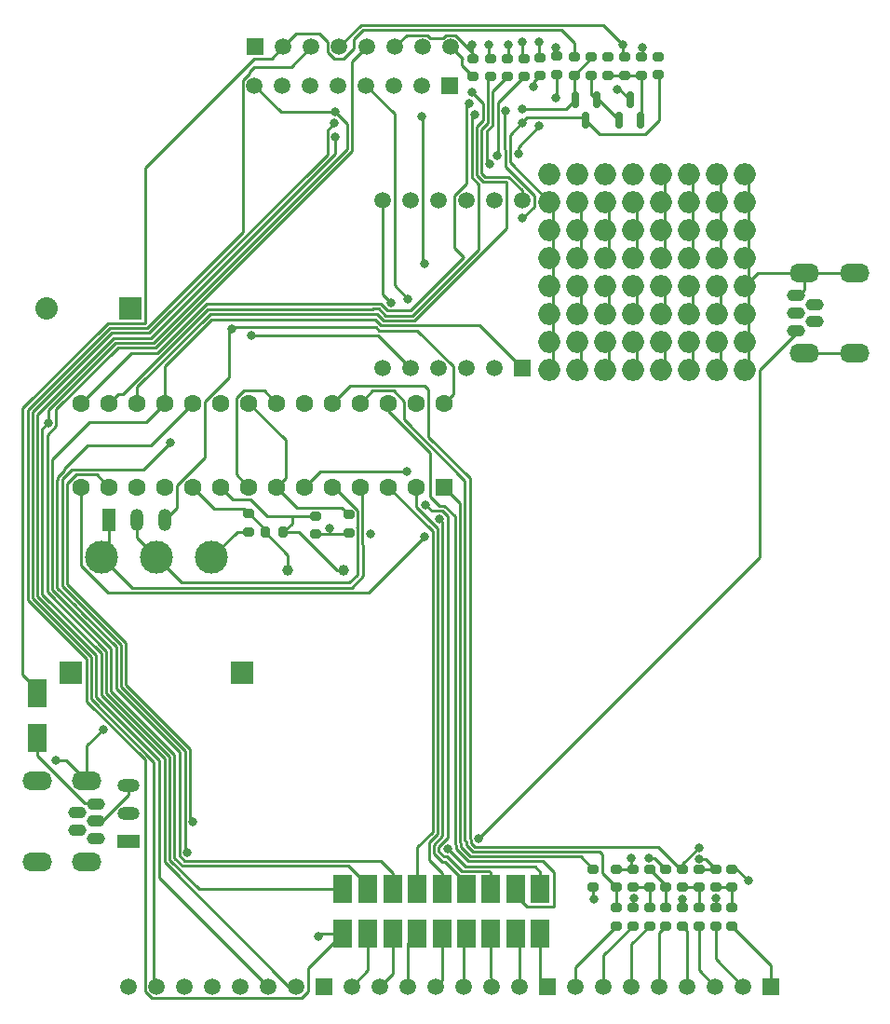
<source format=gbr>
%TF.GenerationSoftware,KiCad,Pcbnew,(6.0.0)*%
%TF.CreationDate,2022-11-14T01:44:22-08:00*%
%TF.ProjectId,Luciebox_v4,4c756369-6562-46f7-985f-76342e6b6963,rev?*%
%TF.SameCoordinates,Original*%
%TF.FileFunction,Copper,L1,Top*%
%TF.FilePolarity,Positive*%
%FSLAX46Y46*%
G04 Gerber Fmt 4.6, Leading zero omitted, Abs format (unit mm)*
G04 Created by KiCad (PCBNEW (6.0.0)) date 2022-11-14 01:44:22*
%MOMM*%
%LPD*%
G01*
G04 APERTURE LIST*
G04 Aperture macros list*
%AMRoundRect*
0 Rectangle with rounded corners*
0 $1 Rounding radius*
0 $2 $3 $4 $5 $6 $7 $8 $9 X,Y pos of 4 corners*
0 Add a 4 corners polygon primitive as box body*
4,1,4,$2,$3,$4,$5,$6,$7,$8,$9,$2,$3,0*
0 Add four circle primitives for the rounded corners*
1,1,$1+$1,$2,$3*
1,1,$1+$1,$4,$5*
1,1,$1+$1,$6,$7*
1,1,$1+$1,$8,$9*
0 Add four rect primitives between the rounded corners*
20,1,$1+$1,$2,$3,$4,$5,0*
20,1,$1+$1,$4,$5,$6,$7,0*
20,1,$1+$1,$6,$7,$8,$9,0*
20,1,$1+$1,$8,$9,$2,$3,0*%
G04 Aperture macros list end*
%TA.AperFunction,SMDPad,CuDef*%
%ADD10RoundRect,0.200000X-0.275000X0.200000X-0.275000X-0.200000X0.275000X-0.200000X0.275000X0.200000X0*%
%TD*%
%TA.AperFunction,SMDPad,CuDef*%
%ADD11RoundRect,0.200000X0.275000X-0.200000X0.275000X0.200000X-0.275000X0.200000X-0.275000X-0.200000X0*%
%TD*%
%TA.AperFunction,SMDPad,CuDef*%
%ADD12R,1.800000X2.500000*%
%TD*%
%TA.AperFunction,ComponentPad*%
%ADD13R,2.000000X1.200000*%
%TD*%
%TA.AperFunction,ComponentPad*%
%ADD14O,2.000000X1.200000*%
%TD*%
%TA.AperFunction,SMDPad,CuDef*%
%ADD15RoundRect,0.150000X-0.150000X0.587500X-0.150000X-0.587500X0.150000X-0.587500X0.150000X0.587500X0*%
%TD*%
%TA.AperFunction,ComponentPad*%
%ADD16C,1.000000*%
%TD*%
%TA.AperFunction,SMDPad,CuDef*%
%ADD17RoundRect,0.150000X0.150000X-0.587500X0.150000X0.587500X-0.150000X0.587500X-0.150000X-0.587500X0*%
%TD*%
%TA.AperFunction,ComponentPad*%
%ADD18O,1.650000X1.100000*%
%TD*%
%TA.AperFunction,ComponentPad*%
%ADD19O,2.700000X1.700000*%
%TD*%
%TA.AperFunction,SMDPad,CuDef*%
%ADD20RoundRect,0.200000X0.200000X0.275000X-0.200000X0.275000X-0.200000X-0.275000X0.200000X-0.275000X0*%
%TD*%
%TA.AperFunction,ComponentPad*%
%ADD21R,1.200000X2.000000*%
%TD*%
%TA.AperFunction,ComponentPad*%
%ADD22O,1.200000X2.000000*%
%TD*%
%TA.AperFunction,ComponentPad*%
%ADD23O,2.000000X2.000000*%
%TD*%
%TA.AperFunction,ComponentPad*%
%ADD24R,1.500000X1.500000*%
%TD*%
%TA.AperFunction,ComponentPad*%
%ADD25C,1.500000*%
%TD*%
%TA.AperFunction,ComponentPad*%
%ADD26R,1.600000X1.600000*%
%TD*%
%TA.AperFunction,ComponentPad*%
%ADD27C,1.600000*%
%TD*%
%TA.AperFunction,WasherPad*%
%ADD28R,2.000000X2.100000*%
%TD*%
%TA.AperFunction,ComponentPad*%
%ADD29C,3.000000*%
%TD*%
%TA.AperFunction,ComponentPad*%
%ADD30R,2.032000X2.032000*%
%TD*%
%TA.AperFunction,ComponentPad*%
%ADD31C,2.032000*%
%TD*%
%TA.AperFunction,ViaPad*%
%ADD32C,0.800000*%
%TD*%
%TA.AperFunction,Conductor*%
%ADD33C,0.250000*%
%TD*%
G04 APERTURE END LIST*
D10*
%TO.P,R11,1*%
%TO.N,Net-(R10-Pad2)*%
X56026800Y-77946000D03*
%TO.P,R11,2*%
%TO.N,Net-(R11-Pad2)*%
X56026800Y-79596000D03*
%TD*%
D11*
%TO.P,R13,1*%
%TO.N,Net-(R12-Pad2)*%
X59026800Y-79596000D03*
%TO.P,R13,2*%
%TO.N,GND*%
X59026800Y-77946000D03*
%TD*%
%TO.P,R5,1*%
%TO.N,Net-(R5-Pad1)*%
X43100000Y-5950000D03*
%TO.P,R5,2*%
%TO.N,/11(PWM-MOSI)*%
X43100000Y-4300000D03*
%TD*%
D12*
%TO.P,D7,1,K*%
%TO.N,/13(SCK)*%
X34173600Y-79788000D03*
%TO.P,D7,2,A*%
%TO.N,Net-(D7-Pad2)*%
X34173600Y-83788000D03*
%TD*%
%TO.P,D1,1,K*%
%TO.N,/7*%
X47599600Y-79788000D03*
%TO.P,D1,2,A*%
%TO.N,Net-(D1-Pad2)*%
X47599600Y-83788000D03*
%TD*%
%TO.P,D2,1,K*%
%TO.N,/A3*%
X45349600Y-79788000D03*
%TO.P,D2,2,A*%
%TO.N,Net-(D2-Pad2)*%
X45349600Y-83788000D03*
%TD*%
%TO.P,D3,1,K*%
%TO.N,/4*%
X43114400Y-79788000D03*
%TO.P,D3,2,A*%
%TO.N,Net-(D3-Pad2)*%
X43114400Y-83788000D03*
%TD*%
D13*
%TO.P,T5,1,1*%
%TO.N,Net-(J1-Pad2)*%
X10160000Y-75438000D03*
D14*
%TO.P,T5,2,2*%
%TO.N,Net-(J1-Pad4)*%
X10160000Y-72898000D03*
%TO.P,T5,3,3*%
%TO.N,Net-(J1-Pad3)*%
X10160000Y-70358000D03*
%TD*%
D10*
%TO.P,R8,1*%
%TO.N,Net-(R11-Pad2)*%
X57526800Y-81471000D03*
%TO.P,R8,2*%
%TO.N,Net-(R8-Pad2)*%
X57526800Y-83121000D03*
%TD*%
D15*
%TO.P,Q1,1,G*%
%TO.N,Net-(Q1-Pad1)*%
X52700000Y-8062500D03*
%TO.P,Q1,2,S*%
%TO.N,/Vin*%
X50800000Y-8062500D03*
%TO.P,Q1,3,D*%
%TO.N,VCC*%
X51750000Y-9937500D03*
%TD*%
D11*
%TO.P,C2,1*%
%TO.N,GND*%
X27118000Y-47510000D03*
%TO.P,C2,2*%
%TO.N,Net-(C2-Pad2)*%
X27118000Y-45860000D03*
%TD*%
D16*
%TO.P,Y1,1,1*%
%TO.N,Net-(C2-Pad2)*%
X29718000Y-50800000D03*
%TO.P,Y1,2,2*%
%TO.N,Net-(C3-Pad2)*%
X24638000Y-50800000D03*
%TD*%
D11*
%TO.P,R_0_if_no_auto_power_off1,1*%
%TO.N,VCC*%
X41503600Y-5942600D03*
%TO.P,R_0_if_no_auto_power_off1,2*%
%TO.N,/Vin*%
X41503600Y-4292600D03*
%TD*%
%TO.P,R23,1*%
%TO.N,Net-(R18-Pad1)*%
X65026800Y-79596000D03*
%TO.P,R23,2*%
%TO.N,GND*%
X65026800Y-77946000D03*
%TD*%
D12*
%TO.P,D5,1,K*%
%TO.N,/0(Rx)*%
X38644000Y-79788000D03*
%TO.P,D5,2,A*%
%TO.N,Net-(D5-Pad2)*%
X38644000Y-83788000D03*
%TD*%
D10*
%TO.P,R28,1*%
%TO.N,GND*%
X55250000Y-4175000D03*
%TO.P,R28,2*%
%TO.N,Net-(Q2-Pad2)*%
X55250000Y-5825000D03*
%TD*%
%TO.P,R6,1*%
%TO.N,/A2*%
X54526800Y-81471000D03*
%TO.P,R6,2*%
%TO.N,Net-(R6-Pad2)*%
X54526800Y-83121000D03*
%TD*%
D12*
%TO.P,D10,1,K*%
%TO.N,Net-(D10-Pad1)*%
X29652400Y-79788000D03*
%TO.P,D10,2,A*%
%TO.N,Net-(D10-Pad2)*%
X29652400Y-83788000D03*
%TD*%
%TO.P,D9,1,K*%
%TO.N,Net-(D9-Pad1)*%
X1879600Y-62008000D03*
%TO.P,D9,2,A*%
%TO.N,Net-(D9-Pad2)*%
X1879600Y-66008000D03*
%TD*%
D17*
%TO.P,Q2,1,C*%
%TO.N,Net-(Q1-Pad1)*%
X54800000Y-9937500D03*
%TO.P,Q2,2,B*%
%TO.N,Net-(Q2-Pad2)*%
X56700000Y-9937500D03*
%TO.P,Q2,3,E*%
%TO.N,GND*%
X55750000Y-8062500D03*
%TD*%
D10*
%TO.P,R25,1*%
%TO.N,/Vin*%
X52250000Y-4175000D03*
%TO.P,R25,2*%
%TO.N,Net-(Q1-Pad1)*%
X52250000Y-5825000D03*
%TD*%
%TO.P,R7,1*%
%TO.N,Net-(R10-Pad2)*%
X56026800Y-81471000D03*
%TO.P,R7,2*%
%TO.N,Net-(R7-Pad2)*%
X56026800Y-83121000D03*
%TD*%
%TO.P,R22,1*%
%TO.N,Net-(R17-Pad1)*%
X63526800Y-77946000D03*
%TO.P,R22,2*%
%TO.N,Net-(R18-Pad1)*%
X63526800Y-79596000D03*
%TD*%
D12*
%TO.P,D4,1,K*%
%TO.N,/8*%
X40879200Y-79788000D03*
%TO.P,D4,2,A*%
%TO.N,Net-(D4-Pad2)*%
X40879200Y-83788000D03*
%TD*%
D11*
%TO.P,R_reset_pullup1,1*%
%TO.N,VCC*%
X52425600Y-79615800D03*
%TO.P,R_reset_pullup1,2*%
%TO.N,Net-(R_reset_pullup1-Pad2)*%
X52425600Y-77965800D03*
%TD*%
D10*
%TO.P,C1,1*%
%TO.N,VCC*%
X30166000Y-45763000D03*
%TO.P,C1,2*%
%TO.N,GND*%
X30166000Y-47413000D03*
%TD*%
D18*
%TO.P,J1,1,GND*%
%TO.N,GND*%
X7150000Y-75218000D03*
%TO.P,J1,2,ID*%
%TO.N,Net-(J1-Pad2)*%
X5450000Y-74418000D03*
%TO.P,J1,3,D+*%
%TO.N,Net-(J1-Pad3)*%
X7150000Y-73618000D03*
%TO.P,J1,4,D-*%
%TO.N,Net-(J1-Pad4)*%
X5450000Y-72818000D03*
%TO.P,J1,5,VBUS*%
%TO.N,Net-(D9-Pad2)*%
X7150000Y-72018000D03*
D19*
%TO.P,J1,6,Shield*%
%TO.N,GND*%
X6360720Y-77268000D03*
X1850000Y-69968000D03*
X1850000Y-77268000D03*
X6360720Y-69968000D03*
%TD*%
D18*
%TO.P,J2,1,GND*%
%TO.N,GND*%
X70850000Y-25832000D03*
%TO.P,J2,2,ID*%
%TO.N,unconnected-(J2-Pad2)*%
X72550000Y-26632000D03*
%TO.P,J2,3,D+*%
%TO.N,unconnected-(J2-Pad3)*%
X70850000Y-27432000D03*
%TO.P,J2,4,D-*%
%TO.N,unconnected-(J2-Pad4)*%
X72550000Y-28232000D03*
%TO.P,J2,5,VBUS*%
%TO.N,Net-(D9-Pad2)*%
X70850000Y-29032000D03*
D19*
%TO.P,J2,6,Shield*%
%TO.N,GND*%
X71639280Y-31082000D03*
X76150000Y-23782000D03*
X76150000Y-31082000D03*
X71639280Y-23782000D03*
%TD*%
D20*
%TO.P,R19,1*%
%TO.N,Net-(C2-Pad2)*%
X24193000Y-47360000D03*
%TO.P,R19,2*%
%TO.N,Net-(C3-Pad2)*%
X22543000Y-47360000D03*
%TD*%
D10*
%TO.P,R9,1*%
%TO.N,Net-(R12-Pad2)*%
X59026800Y-81471000D03*
%TO.P,R9,2*%
%TO.N,Net-(R9-Pad2)*%
X59026800Y-83121000D03*
%TD*%
D11*
%TO.P,R26,1*%
%TO.N,Net-(Q2-Pad2)*%
X56750000Y-5825000D03*
%TO.P,R26,2*%
%TO.N,Net-(R26-Pad2)*%
X56750000Y-4175000D03*
%TD*%
D10*
%TO.P,R17,1*%
%TO.N,Net-(R17-Pad1)*%
X63526800Y-81471000D03*
%TO.P,R17,2*%
%TO.N,Net-(R17-Pad2)*%
X63526800Y-83121000D03*
%TD*%
D11*
%TO.P,R_vcc_protected1,1*%
%TO.N,VCC*%
X58318400Y-5803400D03*
%TO.P,R_vcc_protected1,2*%
%TO.N,VCC_minimalCurrent*%
X58318400Y-4153400D03*
%TD*%
%TO.P,R3,1*%
%TO.N,Net-(R3-Pad1)*%
X46100000Y-5950000D03*
%TO.P,R3,2*%
%TO.N,/9(PWM)*%
X46100000Y-4300000D03*
%TD*%
%TO.P,R21,1*%
%TO.N,Net-(R16-Pad1)*%
X62026800Y-79596000D03*
%TO.P,R21,2*%
%TO.N,Net-(R17-Pad1)*%
X62026800Y-77946000D03*
%TD*%
D10*
%TO.P,R16,1*%
%TO.N,Net-(R16-Pad1)*%
X62026800Y-81471000D03*
%TO.P,R16,2*%
%TO.N,Net-(R16-Pad2)*%
X62026800Y-83121000D03*
%TD*%
%TO.P,R_0_if_no_usb_switch1,1*%
%TO.N,Net-(D9-Pad1)*%
X50675000Y-4175000D03*
%TO.P,R_0_if_no_usb_switch1,2*%
%TO.N,/Vin*%
X50675000Y-5825000D03*
%TD*%
D11*
%TO.P,R2,1*%
%TO.N,Net-(R2-Pad1)*%
X47600000Y-5850000D03*
%TO.P,R2,2*%
%TO.N,/5(PWM)*%
X47600000Y-4200000D03*
%TD*%
D12*
%TO.P,D8,1,K*%
%TO.N,/12(MISO)*%
X31938400Y-79788000D03*
%TO.P,D8,2,A*%
%TO.N,Net-(D8-Pad2)*%
X31938400Y-83788000D03*
%TD*%
D21*
%TO.P,T2,1,1*%
%TO.N,/2*%
X8382000Y-46228000D03*
D22*
%TO.P,T2,2,2*%
%TO.N,/3(PWM)*%
X10922000Y-46228000D03*
%TO.P,T2,3,3*%
%TO.N,/A5(SCL)*%
X13462000Y-46228000D03*
%TD*%
D12*
%TO.P,D6,1,K*%
%TO.N,/1(Tx)*%
X36408800Y-79788000D03*
%TO.P,D6,2,A*%
%TO.N,Net-(D6-Pad2)*%
X36408800Y-83788000D03*
%TD*%
D11*
%TO.P,C3,1*%
%TO.N,GND*%
X21082000Y-47307000D03*
%TO.P,C3,2*%
%TO.N,Net-(C3-Pad2)*%
X21082000Y-45657000D03*
%TD*%
D10*
%TO.P,R18,1*%
%TO.N,Net-(R18-Pad1)*%
X65026800Y-81471000D03*
%TO.P,R18,2*%
%TO.N,Net-(R18-Pad2)*%
X65026800Y-83121000D03*
%TD*%
D11*
%TO.P,R1,1*%
%TO.N,Net-(R1-Pad1)*%
X49100000Y-5750000D03*
%TO.P,R1,2*%
%TO.N,/6(PWM)*%
X49100000Y-4100000D03*
%TD*%
%TO.P,R4,1*%
%TO.N,Net-(R4-Pad1)*%
X44600000Y-5950000D03*
%TO.P,R4,2*%
%TO.N,/10(PWM-SS)*%
X44600000Y-4300000D03*
%TD*%
%TO.P,R27,1*%
%TO.N,Net-(Q2-Pad2)*%
X53750000Y-5825000D03*
%TO.P,R27,2*%
%TO.N,/A4*%
X53750000Y-4175000D03*
%TD*%
D23*
%TO.P,U2,1*%
%TO.N,VCC*%
X48425100Y-32562800D03*
%TO.P,U2,2*%
X48412400Y-30022800D03*
%TO.P,U2,3*%
X48425100Y-27482800D03*
%TO.P,U2,4*%
X48437800Y-24942800D03*
%TO.P,U2,5*%
X48425100Y-22402800D03*
%TO.P,U2,6*%
X48412400Y-19862800D03*
%TO.P,U2,7*%
X48425100Y-17322800D03*
%TO.P,U2,8*%
%TO.N,unconnected-(U2-Pad8)*%
X48412400Y-14782800D03*
%TO.P,U2,9*%
%TO.N,Net-(U2-Pad10)*%
X50965100Y-32562800D03*
%TO.P,U2,10*%
X50952400Y-30022800D03*
%TO.P,U2,11*%
%TO.N,Net-(U2-Pad11)*%
X50965100Y-27482800D03*
%TO.P,U2,12*%
X50977800Y-24942800D03*
%TO.P,U2,13*%
%TO.N,Net-(U2-Pad13)*%
X50965100Y-22402800D03*
%TO.P,U2,14*%
X50952400Y-19862800D03*
%TO.P,U2,15*%
X50965100Y-17322800D03*
%TO.P,U2,16*%
%TO.N,unconnected-(U2-Pad16)*%
X50952400Y-14782800D03*
%TO.P,U2,17*%
%TO.N,Net-(U2-Pad17)*%
X53505100Y-32562800D03*
%TO.P,U2,18*%
X53492400Y-30022800D03*
%TO.P,U2,19*%
%TO.N,Net-(U2-Pad19)*%
X53505100Y-27482800D03*
%TO.P,U2,20*%
X53517800Y-24942800D03*
%TO.P,U2,21*%
%TO.N,Net-(U2-Pad21)*%
X53505100Y-22402800D03*
%TO.P,U2,22*%
X53492400Y-19862800D03*
%TO.P,U2,23*%
X53505100Y-17322800D03*
%TO.P,U2,24*%
%TO.N,unconnected-(U2-Pad24)*%
X53492400Y-14782800D03*
%TO.P,U2,25*%
%TO.N,Net-(U2-Pad25)*%
X56045100Y-32562800D03*
%TO.P,U2,26*%
X56032400Y-30022800D03*
%TO.P,U2,27*%
%TO.N,Net-(U2-Pad27)*%
X56045100Y-27482800D03*
%TO.P,U2,28*%
X56057800Y-24942800D03*
%TO.P,U2,29*%
%TO.N,Net-(U2-Pad29)*%
X56045100Y-22402800D03*
%TO.P,U2,30*%
X56032400Y-19862800D03*
%TO.P,U2,31*%
X56045100Y-17322800D03*
%TO.P,U2,32*%
%TO.N,unconnected-(U2-Pad32)*%
X56032400Y-14782800D03*
%TO.P,U2,33*%
%TO.N,Net-(U2-Pad33)*%
X58585100Y-32562800D03*
%TO.P,U2,34*%
X58572400Y-30022800D03*
%TO.P,U2,35*%
%TO.N,Net-(U2-Pad35)*%
X58585100Y-27482800D03*
%TO.P,U2,36*%
X58597800Y-24942800D03*
%TO.P,U2,37*%
%TO.N,Net-(U2-Pad37)*%
X58585100Y-22402800D03*
%TO.P,U2,38*%
X58572400Y-19862800D03*
%TO.P,U2,39*%
X58585100Y-17322800D03*
%TO.P,U2,40*%
X58572400Y-14782800D03*
%TO.P,U2,41*%
%TO.N,Net-(U2-Pad41)*%
X61125100Y-32562800D03*
%TO.P,U2,42*%
X61112400Y-30022800D03*
%TO.P,U2,43*%
%TO.N,Net-(U2-Pad43)*%
X61125100Y-27482800D03*
%TO.P,U2,44*%
X61137800Y-24942800D03*
%TO.P,U2,45*%
%TO.N,Net-(U2-Pad45)*%
X61125100Y-22402800D03*
%TO.P,U2,46*%
X61112400Y-19862800D03*
%TO.P,U2,47*%
X61125100Y-17322800D03*
%TO.P,U2,48*%
X61112400Y-14782800D03*
%TO.P,U2,49*%
%TO.N,Net-(U2-Pad49)*%
X63665100Y-32562800D03*
%TO.P,U2,50*%
X63652400Y-30022800D03*
%TO.P,U2,51*%
%TO.N,Net-(U2-Pad51)*%
X63665100Y-27482800D03*
%TO.P,U2,52*%
X63677800Y-24942800D03*
%TO.P,U2,53*%
%TO.N,Net-(U2-Pad53)*%
X63665100Y-22402800D03*
%TO.P,U2,54*%
X63652400Y-19862800D03*
%TO.P,U2,55*%
X63665100Y-17322800D03*
%TO.P,U2,56*%
X63652400Y-14782800D03*
%TO.P,U2,57*%
%TO.N,GND*%
X66205100Y-32562800D03*
%TO.P,U2,58*%
X66192400Y-30022800D03*
%TO.P,U2,59*%
X66205100Y-27482800D03*
%TO.P,U2,60*%
X66217800Y-24942800D03*
%TO.P,U2,61*%
X66205100Y-22402800D03*
%TO.P,U2,62*%
X66192400Y-19862800D03*
%TO.P,U2,63*%
X66205100Y-17322800D03*
%TO.P,U2,64*%
X66192400Y-14782800D03*
%TD*%
D11*
%TO.P,R10,1*%
%TO.N,/A2*%
X54526800Y-79596000D03*
%TO.P,R10,2*%
%TO.N,Net-(R10-Pad2)*%
X54526800Y-77946000D03*
%TD*%
D10*
%TO.P,R15,1*%
%TO.N,/A1*%
X60526800Y-81471000D03*
%TO.P,R15,2*%
%TO.N,Net-(R15-Pad2)*%
X60526800Y-83121000D03*
%TD*%
%TO.P,R20,1*%
%TO.N,/A1*%
X60526800Y-77946000D03*
%TO.P,R20,2*%
%TO.N,Net-(R16-Pad1)*%
X60526800Y-79596000D03*
%TD*%
D11*
%TO.P,R12,1*%
%TO.N,Net-(R11-Pad2)*%
X57526800Y-79596000D03*
%TO.P,R12,2*%
%TO.N,Net-(R12-Pad2)*%
X57526800Y-77946000D03*
%TD*%
D24*
%TO.P,T7,1,1*%
%TO.N,unconnected-(T7-Pad1)*%
X39390000Y-6750000D03*
D25*
%TO.P,T7,2,2*%
%TO.N,unconnected-(T7-Pad2)*%
X36850000Y-6750000D03*
%TO.P,T7,3,3*%
%TO.N,unconnected-(T7-Pad3)*%
X34310000Y-6750000D03*
%TO.P,T7,4,4*%
%TO.N,Net-(R_reset_pullup1-Pad2)*%
X31770000Y-6750000D03*
%TO.P,T7,5,5*%
%TO.N,/0(Rx)*%
X29230000Y-6750000D03*
%TO.P,T7,6,6*%
%TO.N,/1(Tx)*%
X26690000Y-6750000D03*
%TO.P,T7,7,7*%
%TO.N,GND*%
X24150000Y-6750000D03*
%TO.P,T7,8,8*%
%TO.N,VCC*%
X21610000Y-6750000D03*
%TD*%
D24*
%TO.P,T1,1,1*%
%TO.N,Net-(D1-Pad2)*%
X48260000Y-88620000D03*
D25*
%TO.P,T1,2,2*%
%TO.N,Net-(D2-Pad2)*%
X45720000Y-88620000D03*
%TO.P,T1,3,3*%
%TO.N,Net-(D3-Pad2)*%
X43180000Y-88620000D03*
%TO.P,T1,4,4*%
%TO.N,Net-(D4-Pad2)*%
X40640000Y-88620000D03*
%TO.P,T1,5,5*%
%TO.N,Net-(D5-Pad2)*%
X38100000Y-88620000D03*
%TO.P,T1,6,6*%
%TO.N,Net-(D6-Pad2)*%
X35560000Y-88620000D03*
%TO.P,T1,7,7*%
%TO.N,Net-(D7-Pad2)*%
X33020000Y-88620000D03*
%TO.P,T1,8,8*%
%TO.N,Net-(D8-Pad2)*%
X30480000Y-88620000D03*
%TD*%
D24*
%TO.P,U1,1,e*%
%TO.N,/12(MISO)*%
X45940000Y-32440000D03*
D25*
%TO.P,U1,2,d*%
%TO.N,/8*%
X43400000Y-32440000D03*
%TO.P,U1,3,DPX*%
%TO.N,/0(Rx)*%
X40860000Y-32440000D03*
%TO.P,U1,4,c*%
%TO.N,/4*%
X38320000Y-32440000D03*
%TO.P,U1,5,g*%
%TO.N,/1(Tx)*%
X35780000Y-32440000D03*
%TO.P,U1,6,CA4*%
%TO.N,Net-(R2-Pad1)*%
X33240000Y-32440000D03*
%TO.P,U1,7,b*%
%TO.N,/A3*%
X33240000Y-17200000D03*
%TO.P,U1,8,CA3*%
%TO.N,Net-(R3-Pad1)*%
X35780000Y-17200000D03*
%TO.P,U1,9,CA2*%
%TO.N,Net-(R4-Pad1)*%
X38320000Y-17200000D03*
%TO.P,U1,10,f*%
%TO.N,/13(SCK)*%
X40860000Y-17200000D03*
%TO.P,U1,11,a*%
%TO.N,/7*%
X43400000Y-17200000D03*
%TO.P,U1,12,CA1*%
%TO.N,Net-(R5-Pad1)*%
X45940000Y-17200000D03*
%TD*%
D26*
%TO.P,U3,1,~{RESET}/PC6*%
%TO.N,Net-(R_reset_pullup1-Pad2)*%
X38855000Y-43250000D03*
D27*
%TO.P,U3,2,PD0*%
%TO.N,/0(Rx)*%
X36315000Y-43250000D03*
%TO.P,U3,3,PD1*%
%TO.N,/1(Tx)*%
X33775000Y-43250000D03*
%TO.P,U3,4,PD2*%
%TO.N,/2*%
X31235000Y-43250000D03*
%TO.P,U3,5,PD3*%
%TO.N,/3(PWM)*%
X28695000Y-43250000D03*
%TO.P,U3,6,PD4*%
%TO.N,/4*%
X26155000Y-43250000D03*
%TO.P,U3,7,VCC*%
%TO.N,VCC*%
X23615000Y-43250000D03*
%TO.P,U3,8,GND*%
%TO.N,GND*%
X21075000Y-43250000D03*
%TO.P,U3,9,XTAL1/PB6*%
%TO.N,Net-(C2-Pad2)*%
X18535000Y-43250000D03*
%TO.P,U3,10,XTAL2/PB7*%
%TO.N,Net-(C3-Pad2)*%
X15995000Y-43250000D03*
%TO.P,U3,11,PD5*%
%TO.N,/5(PWM)*%
X13455000Y-43250000D03*
%TO.P,U3,12,PD6*%
%TO.N,/6(PWM)*%
X10915000Y-43250000D03*
%TO.P,U3,13,PD7*%
%TO.N,/7*%
X8375000Y-43250000D03*
%TO.P,U3,14,PB0*%
%TO.N,/8*%
X5835000Y-43250000D03*
%TO.P,U3,15,PB1*%
%TO.N,/9(PWM)*%
X5835000Y-35630000D03*
%TO.P,U3,16,PB2*%
%TO.N,/10(PWM-SS)*%
X8375000Y-35630000D03*
%TO.P,U3,17,PB3*%
%TO.N,/11(PWM-MOSI)*%
X10915000Y-35630000D03*
%TO.P,U3,18,PB4*%
%TO.N,/12(MISO)*%
X13455000Y-35630000D03*
%TO.P,U3,19,PB5*%
%TO.N,/13(SCK)*%
X15995000Y-35630000D03*
%TO.P,U3,20,AVCC*%
%TO.N,VCC*%
X18535000Y-35630000D03*
%TO.P,U3,21,AREF*%
X21075000Y-35630000D03*
%TO.P,U3,22,GND*%
%TO.N,GND*%
X23615000Y-35630000D03*
%TO.P,U3,23,PC0*%
%TO.N,/A0*%
X26155000Y-35630000D03*
%TO.P,U3,24,PC1*%
%TO.N,/A1*%
X28695000Y-35630000D03*
%TO.P,U3,25,PC2*%
%TO.N,/A2*%
X31235000Y-35630000D03*
%TO.P,U3,26,PC3*%
%TO.N,/A3*%
X33775000Y-35630000D03*
%TO.P,U3,27,PC4*%
%TO.N,/A4(SDA)*%
X36315000Y-35630000D03*
%TO.P,U3,28,PC5*%
%TO.N,/A5(SCL)*%
X38855000Y-35630000D03*
%TD*%
D28*
%TO.P,S1,*%
%TO.N,*%
X20500000Y-60140000D03*
X4900000Y-60140000D03*
D29*
%TO.P,S1,1,A*%
%TO.N,/2*%
X7700000Y-49640000D03*
%TO.P,S1,2,B*%
%TO.N,/3(PWM)*%
X12700000Y-49640000D03*
%TO.P,S1,3,C*%
%TO.N,GND*%
X17700000Y-49640000D03*
%TD*%
D24*
%TO.P,T6,1,1*%
%TO.N,GND*%
X27940000Y-88620000D03*
D25*
%TO.P,T6,2,2*%
%TO.N,VCC*%
X25400000Y-88620000D03*
%TO.P,T6,3,3*%
%TO.N,Net-(R1-Pad1)*%
X22860000Y-88620000D03*
%TO.P,T6,4,4*%
%TO.N,GND*%
X20320000Y-88620000D03*
%TO.P,T6,5,5*%
%TO.N,Net-(D10-Pad2)*%
X17780000Y-88620000D03*
%TO.P,T6,6,6*%
%TO.N,/A0*%
X15240000Y-88620000D03*
%TO.P,T6,7,7*%
%TO.N,Net-(R26-Pad2)*%
X12700000Y-88620000D03*
%TO.P,T6,8,8*%
%TO.N,unconnected-(T6-Pad8)*%
X10160000Y-88620000D03*
%TD*%
D24*
%TO.P,T8,1,1*%
%TO.N,/Vin*%
X21670000Y-3250000D03*
D25*
%TO.P,T8,2,2*%
%TO.N,Net-(D9-Pad1)*%
X24210000Y-3250000D03*
%TO.P,T8,3,3*%
%TO.N,Net-(D10-Pad2)*%
X26750000Y-3250000D03*
%TO.P,T8,4,4*%
%TO.N,GND*%
X29290000Y-3250000D03*
%TO.P,T8,5,5*%
%TO.N,Net-(D10-Pad1)*%
X31830000Y-3250000D03*
%TO.P,T8,6,6*%
%TO.N,/Vin*%
X34370000Y-3250000D03*
%TO.P,T8,7,7*%
%TO.N,GND*%
X36910000Y-3250000D03*
%TO.P,T8,8,8*%
%TO.N,VCC*%
X39450000Y-3250000D03*
%TD*%
D24*
%TO.P,T4,1,1*%
%TO.N,Net-(R18-Pad2)*%
X68580000Y-88620000D03*
D25*
%TO.P,T4,2,2*%
%TO.N,Net-(R17-Pad2)*%
X66040000Y-88620000D03*
%TO.P,T4,3,3*%
%TO.N,Net-(R16-Pad2)*%
X63500000Y-88620000D03*
%TO.P,T4,4,4*%
%TO.N,Net-(R15-Pad2)*%
X60960000Y-88620000D03*
%TO.P,T4,5,5*%
%TO.N,Net-(R9-Pad2)*%
X58420000Y-88620000D03*
%TO.P,T4,6,6*%
%TO.N,Net-(R8-Pad2)*%
X55880000Y-88620000D03*
%TO.P,T4,7,7*%
%TO.N,Net-(R7-Pad2)*%
X53340000Y-88620000D03*
%TO.P,T4,8,8*%
%TO.N,Net-(R6-Pad2)*%
X50800000Y-88620000D03*
%TD*%
D30*
%TO.P,BZ1,1,-*%
%TO.N,/A5(SCL)*%
X10310000Y-27000000D03*
D31*
%TO.P,BZ1,2,+*%
%TO.N,GND*%
X2690000Y-27000000D03*
%TD*%
D32*
%TO.N,/A5(SCL)*%
X19500559Y-28898559D03*
%TO.N,GND*%
X54610000Y-7112000D03*
X55118000Y-3048000D03*
X66500000Y-79000000D03*
X28448000Y-46990000D03*
X32139536Y-47498000D03*
X32139536Y-47498000D03*
X57500000Y-76924500D03*
X3556000Y-68072000D03*
X7837583Y-65255813D03*
%TO.N,VCC*%
X52476400Y-80670400D03*
X2835033Y-37409320D03*
X45941484Y-10147180D03*
X28972475Y-9182479D03*
%TO.N,/Vin*%
X45974000Y-8890000D03*
X41402000Y-3048000D03*
%TO.N,/A0*%
X13944405Y-39239620D03*
X15494000Y-76454000D03*
X26155000Y-35630000D03*
%TO.N,/A1*%
X60526800Y-80697200D03*
X62000000Y-76000000D03*
%TO.N,/A3*%
X33981979Y-26481434D03*
%TO.N,/11(PWM-MOSI)*%
X42926000Y-3048000D03*
X41402000Y-7366000D03*
%TO.N,/10(PWM-SS)*%
X44704000Y-3048000D03*
X41618500Y-9398000D03*
%TO.N,/9(PWM)*%
X41148000Y-8382000D03*
X45974000Y-2794000D03*
%TO.N,/8*%
X38387023Y-46116120D03*
X37084000Y-47752000D03*
%TO.N,/7*%
X16002000Y-73660000D03*
X39214080Y-76112630D03*
%TO.N,/6(PWM)*%
X47498000Y-10414000D03*
X49022000Y-3302000D03*
X45585950Y-12968120D03*
%TO.N,/5(PWM)*%
X44453532Y-9029840D03*
X45920808Y-18840594D03*
X47498000Y-2794000D03*
%TO.N,/4*%
X37162178Y-44844406D03*
X35423351Y-41792649D03*
%TO.N,/1(Tx)*%
X21336000Y-29464000D03*
%TO.N,Net-(R17-Pad1)*%
X62012299Y-77012299D03*
X63526800Y-80595500D03*
%TO.N,Net-(R_reset_pullup1-Pad2)*%
X35560000Y-26162000D03*
%TO.N,Net-(R26-Pad2)*%
X28890712Y-10178632D03*
X56896000Y-3302000D03*
%TO.N,Net-(D9-Pad2)*%
X42007088Y-75173097D03*
%TO.N,Net-(D10-Pad2)*%
X27432000Y-84074000D03*
%TO.N,Net-(R1-Pad1)*%
X49022000Y-7874000D03*
X28956000Y-11430000D03*
%TO.N,Net-(R2-Pad1)*%
X36847987Y-9549528D03*
X37096943Y-22984767D03*
X46990000Y-6858000D03*
%TO.N,Net-(R3-Pad1)*%
X43678770Y-13132052D03*
X43678768Y-13132052D03*
%TO.N,Net-(R4-Pad1)*%
X42967033Y-13930623D03*
%TO.N,Net-(R10-Pad2)*%
X55880000Y-76962000D03*
X56134000Y-80595500D03*
%TD*%
D33*
%TO.N,/A5(SCL)*%
X14579511Y-43075189D02*
X17119511Y-40535189D01*
X19304000Y-29095118D02*
X19500559Y-28898559D01*
X19659619Y-28739499D02*
X19500559Y-28898559D01*
X39654999Y-32255410D02*
X36403569Y-29003980D01*
X36403569Y-29003980D02*
X32937107Y-29003980D01*
X32672626Y-28739499D02*
X19659619Y-28739499D01*
X17119511Y-40535189D02*
X17119511Y-35455189D01*
X19304000Y-33270700D02*
X19304000Y-29095118D01*
X38855000Y-35630000D02*
X39654999Y-34830001D01*
X13462000Y-46228000D02*
X14579511Y-45110489D01*
X17119511Y-35455189D02*
X19304000Y-33270700D01*
X14579511Y-45110489D02*
X14579511Y-43075189D01*
X39654999Y-34830001D02*
X39654999Y-32255410D01*
X32937107Y-29003980D02*
X32672626Y-28739499D01*
%TO.N,GND*%
X66540000Y-30529400D02*
X66540000Y-33056700D01*
X53346467Y-1276467D02*
X31263533Y-1276467D01*
X66540000Y-17816700D02*
X66552700Y-17829400D01*
X28460000Y-47002000D02*
X28448000Y-46990000D01*
X66552700Y-30516700D02*
X66540000Y-30529400D01*
X4464720Y-68072000D02*
X3556000Y-68072000D01*
X20033000Y-47307000D02*
X21082000Y-47307000D01*
X65026800Y-77946000D02*
X65446000Y-77946000D01*
X76150000Y-31082000D02*
X71639280Y-31082000D01*
X27118000Y-47510000D02*
X28460000Y-47510000D01*
X66565400Y-25449400D02*
X66565400Y-27976700D01*
X71639280Y-23782000D02*
X76150000Y-23782000D01*
X28460000Y-47510000D02*
X30069000Y-47510000D01*
X66565400Y-27976700D02*
X66552700Y-27989400D01*
X19950489Y-35164211D02*
X20609211Y-34505489D01*
X17700000Y-49640000D02*
X20033000Y-47307000D01*
X59026800Y-77946000D02*
X58005300Y-76924500D01*
X66552700Y-17829400D02*
X66552700Y-20356700D01*
X55118000Y-3048000D02*
X53346467Y-1276467D01*
X54799500Y-7112000D02*
X55750000Y-8062500D01*
X54610000Y-7112000D02*
X54799500Y-7112000D01*
X66552700Y-22909400D02*
X66552700Y-25436700D01*
X66540000Y-15289400D02*
X66540000Y-17816700D01*
X20609211Y-34505489D02*
X22490489Y-34505489D01*
X6360720Y-66732676D02*
X7837583Y-65255813D01*
X30069000Y-47510000D02*
X30166000Y-47413000D01*
X66540000Y-33056700D02*
X66552700Y-33069400D01*
X55118000Y-3048000D02*
X55118000Y-4043000D01*
X66217800Y-24942800D02*
X67378600Y-23782000D01*
X67378600Y-23782000D02*
X71639280Y-23782000D01*
X66540000Y-20369400D02*
X66540000Y-22896700D01*
X22490489Y-34505489D02*
X23615000Y-35630000D01*
X66552700Y-25436700D02*
X66565400Y-25449400D01*
X66552700Y-20356700D02*
X66540000Y-20369400D01*
X65446000Y-77946000D02*
X66500000Y-79000000D01*
X71639280Y-23782000D02*
X71639280Y-25292720D01*
X71639280Y-25292720D02*
X71100000Y-25832000D01*
X19950489Y-42125489D02*
X19950489Y-35164211D01*
X6360720Y-69968000D02*
X4464720Y-68072000D01*
X31263533Y-1276467D02*
X29290000Y-3250000D01*
X55118000Y-4043000D02*
X55250000Y-4175000D01*
X28460000Y-47510000D02*
X28460000Y-47002000D01*
X6360720Y-69968000D02*
X6360720Y-66732676D01*
X66540000Y-22896700D02*
X66552700Y-22909400D01*
X66552700Y-27989400D02*
X66552700Y-30516700D01*
X21075000Y-43250000D02*
X19950489Y-42125489D01*
X58005300Y-76924500D02*
X57500000Y-76924500D01*
%TO.N,VCC*%
X58420000Y-9906000D02*
X58420000Y-5905000D01*
X57150000Y-11176000D02*
X58420000Y-9906000D01*
X39450000Y-3250000D02*
X40464511Y-4264511D01*
X41502600Y-5942600D02*
X40464511Y-4904511D01*
X48772700Y-25436700D02*
X48785400Y-25449400D01*
X48772700Y-22909400D02*
X48772700Y-25436700D01*
X48760000Y-30529400D02*
X48760000Y-33056700D01*
X2835033Y-36283783D02*
X8980261Y-30138555D01*
X52425600Y-80619600D02*
X52476400Y-80670400D01*
X48772700Y-17829400D02*
X48772700Y-20356700D01*
X30030489Y-10240493D02*
X28972475Y-9182479D01*
X25400000Y-88620000D02*
X24728288Y-88620000D01*
X48760000Y-17816700D02*
X48772700Y-17829400D01*
X24042479Y-9182479D02*
X28972475Y-9182479D01*
X52425600Y-79615800D02*
X52425600Y-80619600D01*
X48760000Y-22896700D02*
X48772700Y-22909400D01*
X41503600Y-5942600D02*
X41502600Y-5942600D01*
X23615000Y-43250000D02*
X24414999Y-42450001D01*
X45884304Y-10147180D02*
X45941484Y-10147180D01*
X48772700Y-30516700D02*
X48760000Y-30529400D01*
X7658444Y-58329332D02*
X2306044Y-52976932D01*
X51750000Y-9937500D02*
X52988500Y-11176000D01*
X51501999Y-9689499D02*
X46399165Y-9689499D01*
X44852781Y-13750481D02*
X48425100Y-17322800D01*
X52988500Y-11176000D02*
X57150000Y-11176000D01*
X2835033Y-37409320D02*
X2835033Y-36283783D01*
X29538480Y-45135480D02*
X25500480Y-45135480D01*
X48760000Y-20369400D02*
X48760000Y-22896700D01*
X2306044Y-37938309D02*
X2835033Y-37409320D01*
X44852781Y-11235883D02*
X44852781Y-13750481D01*
X40464511Y-4904511D02*
X40464511Y-4264511D01*
X8980261Y-30138555D02*
X12395284Y-30138554D01*
X51750000Y-9937500D02*
X51501999Y-9689499D01*
X24728288Y-88620000D02*
X13420967Y-77312679D01*
X30030489Y-12503349D02*
X30030489Y-10240493D01*
X13420966Y-67907486D02*
X7658444Y-62144964D01*
X24414999Y-42450001D02*
X24414999Y-38969999D01*
X48772700Y-20356700D02*
X48760000Y-20369400D01*
X40492600Y-4292600D02*
X40464511Y-4264511D01*
X21610000Y-6750000D02*
X24042479Y-9182479D01*
X2306044Y-52976932D02*
X2306044Y-37938309D01*
X46399165Y-9689499D02*
X44852781Y-11235883D01*
X48785400Y-27976700D02*
X48772700Y-27989400D01*
X48772700Y-27989400D02*
X48772700Y-30516700D01*
X30166000Y-45763000D02*
X29538480Y-45135480D01*
X12395284Y-30138554D02*
X30030489Y-12503349D01*
X25500480Y-45135480D02*
X23615000Y-43250000D01*
X7658444Y-62144964D02*
X7658444Y-58329332D01*
X48785400Y-25449400D02*
X48785400Y-27976700D01*
X48760000Y-33056700D02*
X48772700Y-33069400D01*
X13420967Y-77312679D02*
X13420966Y-67907486D01*
X24414999Y-38969999D02*
X21075000Y-35630000D01*
X58420000Y-5905000D02*
X58318400Y-5803400D01*
%TO.N,Net-(C2-Pad2)*%
X25006000Y-46547000D02*
X25006000Y-45860000D01*
X22746000Y-45860000D02*
X21260511Y-44374511D01*
X25657000Y-47360000D02*
X29097000Y-50800000D01*
X19659511Y-44374511D02*
X18535000Y-43250000D01*
X24193000Y-47360000D02*
X25657000Y-47360000D01*
X29097000Y-50800000D02*
X29718000Y-50800000D01*
X25006000Y-45860000D02*
X22746000Y-45860000D01*
X24193000Y-47360000D02*
X25006000Y-46547000D01*
X27118000Y-45860000D02*
X25006000Y-45860000D01*
X21260511Y-44374511D02*
X19659511Y-44374511D01*
%TO.N,Net-(C3-Pad2)*%
X17957000Y-45212000D02*
X15995000Y-43250000D01*
X24638000Y-49455000D02*
X22543000Y-47360000D01*
X22543000Y-47360000D02*
X22543000Y-47118000D01*
X21082000Y-45657000D02*
X20637000Y-45212000D01*
X22543000Y-47118000D02*
X21082000Y-45657000D01*
X24638000Y-49455000D02*
X24638000Y-50800000D01*
X20637000Y-45212000D02*
X17957000Y-45212000D01*
%TO.N,Net-(D1-Pad2)*%
X47599600Y-83788000D02*
X47599600Y-87959600D01*
X47599600Y-87959600D02*
X48260000Y-88620000D01*
%TO.N,Net-(J1-Pad3)*%
X10160000Y-71190532D02*
X10160000Y-70358000D01*
X6900000Y-73618000D02*
X7732532Y-73618000D01*
X7732532Y-73618000D02*
X10160000Y-71190532D01*
%TO.N,/Vin*%
X41503600Y-3784011D02*
X39895078Y-2175489D01*
X41402000Y-3048000D02*
X41402000Y-4191000D01*
X50800000Y-8062500D02*
X49972500Y-8890000D01*
X41503600Y-4292600D02*
X41503600Y-3784011D01*
X35444511Y-2175489D02*
X34370000Y-3250000D01*
X41402000Y-4191000D02*
X41503600Y-4292600D01*
X39895078Y-2175489D02*
X39004921Y-2175490D01*
X50675000Y-5825000D02*
X50675000Y-7937500D01*
X39004921Y-2175490D02*
X38757390Y-2423021D01*
X52250000Y-4175000D02*
X52250000Y-4250000D01*
X50675000Y-7937500D02*
X50800000Y-8062500D01*
X38757390Y-2423021D02*
X37602610Y-2423021D01*
X37355078Y-2175489D02*
X35444511Y-2175489D01*
X49972500Y-8890000D02*
X45974000Y-8890000D01*
X37602610Y-2423021D02*
X37355078Y-2175489D01*
X52250000Y-4250000D02*
X50675000Y-5825000D01*
%TO.N,/A0*%
X4932317Y-41675979D02*
X4122489Y-42485807D01*
X15277499Y-76237499D02*
X15494000Y-76454000D01*
X4122489Y-52250560D02*
X9456486Y-57584557D01*
X9456487Y-61400191D02*
X15277499Y-67221203D01*
X4122489Y-42485807D02*
X4122489Y-52250560D01*
X9456486Y-57584557D02*
X9456487Y-61400191D01*
X13944405Y-39239620D02*
X11508046Y-41675979D01*
X11508046Y-41675979D02*
X4932317Y-41675979D01*
X15277499Y-67221203D02*
X15277499Y-76237499D01*
%TO.N,/A1*%
X37439511Y-38709511D02*
X37439511Y-34391511D01*
X30269021Y-34055979D02*
X28695000Y-35630000D01*
X60526800Y-77946000D02*
X60526800Y-77473200D01*
X60380000Y-77946000D02*
X58342501Y-75908501D01*
X41185500Y-75152338D02*
X41185499Y-42455499D01*
X41185499Y-42455499D02*
X37439511Y-38709511D01*
X58342501Y-75908501D02*
X41609899Y-75908501D01*
X37439511Y-34391511D02*
X37103979Y-34055979D01*
X41609899Y-75908501D02*
X41287113Y-75585713D01*
X37103979Y-34055979D02*
X30269021Y-34055979D01*
X41287113Y-75585713D02*
X41287113Y-75253951D01*
X60526800Y-81471000D02*
X60526800Y-80697200D01*
X41287113Y-75253951D02*
X41185500Y-75152338D01*
X60526800Y-77473200D02*
X62000000Y-76000000D01*
X60706000Y-80518000D02*
X60526800Y-80697200D01*
%TO.N,/A2*%
X35190489Y-35455189D02*
X35190489Y-37096193D01*
X35190489Y-37096193D02*
X40735989Y-42641693D01*
X31235000Y-35630000D02*
X32359511Y-34505489D01*
X40735989Y-75338531D02*
X40837603Y-75440145D01*
X40837602Y-75771906D02*
X41423707Y-76358011D01*
X54526800Y-81471000D02*
X54526800Y-79596000D01*
X53270320Y-76649511D02*
X53270320Y-78339520D01*
X34240790Y-34505490D02*
X35190489Y-35455189D01*
X40735989Y-42641693D02*
X40735989Y-75338531D01*
X53270320Y-78339520D02*
X54526800Y-79596000D01*
X52978820Y-76358011D02*
X53270320Y-76649511D01*
X40837603Y-75440145D02*
X40837602Y-75771906D01*
X32359511Y-34505489D02*
X34240790Y-34505490D01*
X41423707Y-76358011D02*
X52978820Y-76358011D01*
%TO.N,/A3*%
X33775000Y-36316408D02*
X33775000Y-35630000D01*
X37592000Y-44080183D02*
X37592000Y-40133408D01*
X45349600Y-79788000D02*
X45349600Y-80337022D01*
X45349600Y-80337022D02*
X46375089Y-81362511D01*
X39836965Y-75710915D02*
X39836965Y-45905758D01*
X37592000Y-40133408D02*
X33775000Y-36316408D01*
X33240000Y-25739455D02*
X33981979Y-26481434D01*
X48824111Y-81362511D02*
X48824111Y-78232463D01*
X39836965Y-45905758D02*
X38873315Y-44942108D01*
X39938581Y-75812531D02*
X39836965Y-75710915D01*
X48824111Y-78232463D02*
X47848681Y-77257033D01*
X46375089Y-81362511D02*
X48824111Y-81362511D01*
X38873315Y-44942108D02*
X38453925Y-44942108D01*
X47848681Y-77257033D02*
X41051319Y-77257033D01*
X33240000Y-17200000D02*
X33240000Y-25739455D01*
X39938581Y-76144295D02*
X39938581Y-75812531D01*
X41051319Y-77257033D02*
X39938581Y-76144295D01*
X38453925Y-44942108D02*
X37592000Y-44080183D01*
%TO.N,/13(SCK)*%
X6020510Y-54784283D02*
X5287005Y-54050782D01*
X3654577Y-52418354D02*
X3654577Y-42568715D01*
X4260982Y-41585314D02*
X6417807Y-39428489D01*
X9006975Y-57770750D02*
X6020510Y-54784283D01*
X12196511Y-39428489D02*
X15995000Y-35630000D01*
X6417807Y-39428489D02*
X12196511Y-39428489D01*
X4260982Y-41711610D02*
X4260982Y-41585314D01*
X5287005Y-54050782D02*
X3654577Y-52418354D01*
X3672979Y-42299613D02*
X4260982Y-41711610D01*
X14769499Y-76754099D02*
X14769499Y-67348907D01*
X15193901Y-77178501D02*
X14769499Y-76754099D01*
X33064101Y-77178501D02*
X15193901Y-77178501D01*
X34173600Y-78288000D02*
X33064101Y-77178501D01*
X3654577Y-42568715D02*
X3672978Y-42550314D01*
X34173600Y-79788000D02*
X34173600Y-78288000D01*
X9006976Y-61586384D02*
X9006975Y-57770750D01*
X3672978Y-42550314D02*
X3672979Y-42299613D01*
X14769499Y-67348907D02*
X9006976Y-61586384D01*
%TO.N,/12(MISO)*%
X45940000Y-32440000D02*
X42054469Y-28554469D01*
X3205067Y-52604548D02*
X8557465Y-57956944D01*
X14319989Y-76940293D02*
X15007708Y-77628012D01*
X3205066Y-42382522D02*
X3205067Y-52604548D01*
X8557466Y-61772578D02*
X14319989Y-67535101D01*
X14319989Y-67535101D02*
X14319989Y-76940293D01*
X11747000Y-37338000D02*
X6605408Y-37338000D01*
X17676376Y-28035988D02*
X13455000Y-32257364D01*
X8557465Y-57956944D02*
X8557466Y-61772578D01*
X15007708Y-77628012D02*
X30128412Y-77628012D01*
X33123301Y-28554469D02*
X32604819Y-28035988D01*
X13455000Y-32257364D02*
X13455000Y-35630000D01*
X42054469Y-28554469D02*
X33123301Y-28554469D01*
X3223469Y-40719939D02*
X3223467Y-42364121D01*
X32604819Y-28035988D02*
X17676376Y-28035988D01*
X3223467Y-42364121D02*
X3205066Y-42382522D01*
X13455000Y-35630000D02*
X11747000Y-37338000D01*
X30128412Y-77628012D02*
X31938400Y-79438000D01*
X31938400Y-79438000D02*
X31938400Y-79788000D01*
X6605408Y-37338000D02*
X3223469Y-40719939D01*
%TO.N,/11(PWM-MOSI)*%
X42373201Y-15494000D02*
X41793022Y-14913821D01*
X42380501Y-8344501D02*
X41402000Y-7366000D01*
X42926000Y-4126000D02*
X43100000Y-4300000D01*
X32732526Y-27527990D02*
X33309492Y-28104956D01*
X17548665Y-27527990D02*
X32732526Y-27527990D01*
X10915000Y-34161653D02*
X17548665Y-27527990D01*
X42380501Y-9952099D02*
X42380501Y-8344501D01*
X41793022Y-14913821D02*
X41793022Y-10539578D01*
X33309492Y-28104956D02*
X36157045Y-28104955D01*
X44509215Y-19752785D02*
X44509215Y-15494000D01*
X44509215Y-15494000D02*
X42373201Y-15494000D01*
X10915000Y-35630000D02*
X10915000Y-34161653D01*
X41793022Y-10539578D02*
X42380501Y-9952099D01*
X36157045Y-28104955D02*
X44509215Y-19752785D01*
X42926000Y-3048000D02*
X42926000Y-4126000D01*
%TO.N,/10(PWM-SS)*%
X9174999Y-34830001D02*
X9610950Y-34830001D01*
X44704000Y-4196000D02*
X44600000Y-4300000D01*
X44704000Y-3048000D02*
X44704000Y-4196000D01*
X9610950Y-34830001D02*
X17362473Y-27078479D01*
X8375000Y-35630000D02*
X9174999Y-34830001D01*
X17362473Y-27078479D02*
X19976488Y-27078480D01*
X41343511Y-9672989D02*
X41618500Y-9398000D01*
X41968490Y-21657806D02*
X41968490Y-15724997D01*
X32333497Y-27078479D02*
X32370996Y-27040980D01*
X19976488Y-27078480D02*
X32333497Y-27078479D01*
X41968490Y-15724997D02*
X41343511Y-15100018D01*
X32881219Y-27040979D02*
X33495685Y-27655445D01*
X33495685Y-27655445D02*
X35970851Y-27655445D01*
X32370996Y-27040980D02*
X32881219Y-27040979D01*
X35970851Y-27655445D02*
X41968490Y-21657806D01*
X41343511Y-15100018D02*
X41343511Y-9672989D01*
%TO.N,/9(PWM)*%
X45974000Y-2794000D02*
X45974000Y-4174000D01*
X39785489Y-21496081D02*
X39785489Y-16754922D01*
X40640000Y-22350592D02*
X39785489Y-21496081D01*
X5835000Y-35630000D02*
X10427424Y-31037576D01*
X45974000Y-4174000D02*
X46100000Y-4300000D01*
X35784657Y-27205935D02*
X40640000Y-22350592D01*
X33067413Y-26591469D02*
X33681878Y-27205934D01*
X12767670Y-31037576D02*
X17213777Y-26591469D01*
X33681878Y-27205934D02*
X35784657Y-27205935D01*
X40894000Y-15646411D02*
X40894000Y-8636000D01*
X40894000Y-8636000D02*
X41148000Y-8382000D01*
X17213777Y-26591469D02*
X33067413Y-26591469D01*
X39785489Y-16754922D02*
X40894000Y-15646411D01*
X10427424Y-31037576D02*
X12767670Y-31037576D01*
%TO.N,/8*%
X5835000Y-43250000D02*
X5835000Y-50355249D01*
X32004000Y-52832000D02*
X37084000Y-47752000D01*
X8311751Y-52832000D02*
X32004000Y-52832000D01*
X37921947Y-75744461D02*
X38707523Y-74958885D01*
X40879200Y-79788000D02*
X40879200Y-79253921D01*
X37921947Y-76568776D02*
X37921947Y-75744461D01*
X38684457Y-77331286D02*
X37921947Y-76568776D01*
X38707523Y-74958885D02*
X38707521Y-46436618D01*
X40879200Y-79253921D02*
X38956565Y-77331286D01*
X5835000Y-50355249D02*
X8311751Y-52832000D01*
X38707521Y-46436618D02*
X38387023Y-46116120D01*
X38956565Y-77331286D02*
X38684457Y-77331286D01*
%TO.N,/7*%
X9905997Y-57398364D02*
X9905997Y-61213997D01*
X4571999Y-52064366D02*
X9905997Y-57398364D01*
X8375000Y-43250000D02*
X7250490Y-42125490D01*
X7250490Y-42125490D02*
X5369211Y-42125489D01*
X4571999Y-42922701D02*
X4571999Y-52064366D01*
X47599600Y-78208712D02*
X47097431Y-77706543D01*
X9905997Y-61213997D02*
X15748000Y-67056000D01*
X15748000Y-73406000D02*
X16002000Y-73660000D01*
X40807993Y-77706543D02*
X39214080Y-76112630D01*
X47097431Y-77706543D02*
X40807993Y-77706543D01*
X47599600Y-79788000D02*
X47599600Y-78208712D01*
X5369211Y-42125489D02*
X4571999Y-42922701D01*
X15748000Y-67056000D02*
X15748000Y-73406000D01*
%TO.N,/6(PWM)*%
X49100000Y-4100000D02*
X49100000Y-3380000D01*
X45585950Y-12326050D02*
X47498000Y-10414000D01*
X49100000Y-3380000D02*
X49022000Y-3302000D01*
X45585950Y-12968120D02*
X45585950Y-12326050D01*
%TO.N,/5(PWM)*%
X45920808Y-18840594D02*
X47014511Y-17746891D01*
X44403271Y-14116648D02*
X44403271Y-12644671D01*
X44403271Y-12644671D02*
X44325131Y-12566531D01*
X44325131Y-9158241D02*
X44453532Y-9029840D01*
X47498000Y-2794000D02*
X47498000Y-4098000D01*
X44325131Y-12566531D02*
X44325131Y-9158241D01*
X47014511Y-17746891D02*
X47014511Y-16727888D01*
X47014511Y-16727888D02*
X44403271Y-14116648D01*
X47498000Y-4098000D02*
X47600000Y-4200000D01*
%TO.N,/4*%
X39086855Y-76825872D02*
X38814747Y-76825872D01*
X39157031Y-45861528D02*
X38687122Y-45391619D01*
X38687122Y-45391619D02*
X37709391Y-45391619D01*
X39157033Y-74772691D02*
X39157031Y-45861528D01*
X43114400Y-79788000D02*
X43114400Y-78288000D01*
X38814747Y-76825872D02*
X38371457Y-76382582D01*
X26155000Y-43250000D02*
X27612351Y-41792649D01*
X27612351Y-41792649D02*
X35423351Y-41792649D01*
X42982454Y-78156054D02*
X40417037Y-78156054D01*
X39157034Y-75145078D02*
X39157033Y-74772691D01*
X38371457Y-75930655D02*
X39157034Y-75145078D01*
X37709391Y-45391619D02*
X37162178Y-44844406D01*
X40417037Y-78156054D02*
X39086855Y-76825872D01*
X43114400Y-78288000D02*
X42982454Y-78156054D01*
X38371457Y-76382582D02*
X38371457Y-75930655D01*
%TO.N,/3(PWM)*%
X28869783Y-43250000D02*
X28695000Y-43250000D01*
X12700000Y-49640000D02*
X14992978Y-51932978D01*
X30965520Y-45345737D02*
X28869783Y-43250000D01*
X30965520Y-51202776D02*
X30965520Y-46995737D01*
X30965520Y-46995737D02*
X30905740Y-46935956D01*
X14992978Y-51932978D02*
X30235318Y-51932978D01*
X30235318Y-51932978D02*
X30965520Y-51202776D01*
X10922000Y-47862000D02*
X12700000Y-49640000D01*
X10922000Y-46228000D02*
X10922000Y-47862000D01*
X30965519Y-46876177D02*
X30965520Y-45345737D01*
X30905740Y-46935956D02*
X30965519Y-46876177D01*
%TO.N,/2*%
X8382000Y-48958000D02*
X7700000Y-49640000D01*
X31415030Y-48395531D02*
X31496000Y-48476501D01*
X30421511Y-52382489D02*
X10442489Y-52382489D01*
X31235000Y-43250000D02*
X31415030Y-43430030D01*
X8382000Y-46228000D02*
X8382000Y-48958000D01*
X31415030Y-43430030D02*
X31415030Y-48395531D01*
X31496000Y-51308000D02*
X30421511Y-52382489D01*
X10442489Y-52382489D02*
X7700000Y-49640000D01*
X31496000Y-48476501D02*
X31496000Y-51308000D01*
%TO.N,/1(Tx)*%
X36408800Y-75986200D02*
X37808501Y-74586499D01*
X35780000Y-32440000D02*
X32804000Y-29464000D01*
X37808501Y-74586499D02*
X37808501Y-47283501D01*
X36408800Y-79788000D02*
X36408800Y-75986200D01*
X32804000Y-29464000D02*
X21336000Y-29464000D01*
X37808501Y-47283501D02*
X33775000Y-43250000D01*
%TO.N,/0(Rx)*%
X37472437Y-75558267D02*
X38258012Y-74772692D01*
X38644000Y-79788000D02*
X38644000Y-78288000D01*
X38644000Y-78288000D02*
X37472437Y-77116437D01*
X38258011Y-47011707D02*
X36315000Y-45068696D01*
X38258012Y-74772692D02*
X38258011Y-47011707D01*
X36315000Y-45068696D02*
X36315000Y-43250000D01*
X37472437Y-77116437D02*
X37472437Y-75558267D01*
%TO.N,Net-(Q1-Pad1)*%
X52250000Y-7612500D02*
X52700000Y-8062500D01*
X52925000Y-8062500D02*
X54800000Y-9937500D01*
X52250000Y-5825000D02*
X52250000Y-7612500D01*
X52700000Y-8062500D02*
X52925000Y-8062500D01*
%TO.N,Net-(Q2-Pad2)*%
X55250000Y-5825000D02*
X56750000Y-5825000D01*
X56750000Y-9887500D02*
X56700000Y-9937500D01*
X55233000Y-5842000D02*
X55250000Y-5825000D01*
X53848000Y-5842000D02*
X55233000Y-5842000D01*
X53831000Y-5825000D02*
X53848000Y-5842000D01*
X56750000Y-5825000D02*
X56750000Y-9887500D01*
X53750000Y-5825000D02*
X53831000Y-5825000D01*
%TO.N,Net-(R16-Pad1)*%
X62026800Y-79596000D02*
X62026800Y-81471000D01*
X62026800Y-79596000D02*
X60526800Y-79596000D01*
%TO.N,Net-(R17-Pad1)*%
X62593099Y-77012299D02*
X62012299Y-77012299D01*
X63500000Y-80518000D02*
X63526800Y-80544800D01*
X62026800Y-77946000D02*
X63526800Y-77946000D01*
X63526800Y-80544800D02*
X63526800Y-80595500D01*
X63526800Y-81471000D02*
X63526800Y-80544800D01*
X63526800Y-77946000D02*
X62593099Y-77012299D01*
%TO.N,Net-(R18-Pad1)*%
X65026800Y-79596000D02*
X63526800Y-79596000D01*
X65026800Y-79596000D02*
X65026800Y-81471000D01*
%TO.N,Net-(R_reset_pullup1-Pad2)*%
X40286479Y-75524725D02*
X40388092Y-75626338D01*
X40388092Y-75958100D02*
X41237514Y-76807522D01*
X40286479Y-44681479D02*
X40286479Y-75524725D01*
X34330295Y-24932295D02*
X35560000Y-26162000D01*
X41237514Y-76807522D02*
X51267322Y-76807522D01*
X40388092Y-75626338D02*
X40388092Y-75958100D01*
X51267322Y-76807522D02*
X52425600Y-77965800D01*
X31770000Y-6750000D02*
X34330295Y-9310295D01*
X38855000Y-43250000D02*
X40286479Y-44681479D01*
X34330295Y-9310295D02*
X34330295Y-24932295D01*
%TO.N,Net-(R26-Pad2)*%
X6759423Y-58701719D02*
X1407022Y-53349318D01*
X28231499Y-10837845D02*
X28890712Y-10178632D01*
X12022896Y-29239534D02*
X28231499Y-13030931D01*
X56896000Y-3302000D02*
X56896000Y-4029000D01*
X12700000Y-88620000D02*
X12446000Y-88366000D01*
X56896000Y-4029000D02*
X56750000Y-4175000D01*
X6759422Y-62517350D02*
X6759423Y-58701719D01*
X1407022Y-53349318D02*
X1407023Y-36440385D01*
X8607874Y-29239534D02*
X12022896Y-29239534D01*
X12446000Y-68203928D02*
X6759422Y-62517350D01*
X12446000Y-88366000D02*
X12446000Y-68203928D01*
X28231499Y-13030931D02*
X28231499Y-10837845D01*
X1407023Y-36440385D02*
X8607874Y-29239534D01*
%TO.N,Net-(D2-Pad2)*%
X45720000Y-84158400D02*
X45349600Y-83788000D01*
X45720000Y-88620000D02*
X45720000Y-84158400D01*
%TO.N,Net-(D3-Pad2)*%
X43114400Y-83788000D02*
X43114400Y-87818400D01*
X43114400Y-87818400D02*
X43180000Y-87884000D01*
X43180000Y-87884000D02*
X43180000Y-88620000D01*
%TO.N,Net-(D4-Pad2)*%
X40640000Y-88620000D02*
X40640000Y-84027200D01*
X40640000Y-84027200D02*
X40879200Y-83788000D01*
%TO.N,Net-(D5-Pad2)*%
X38644000Y-83788000D02*
X38644000Y-88076000D01*
X38644000Y-88076000D02*
X38100000Y-88620000D01*
%TO.N,Net-(D6-Pad2)*%
X35560000Y-84636800D02*
X36408800Y-83788000D01*
X35560000Y-88620000D02*
X35560000Y-84636800D01*
%TO.N,Net-(D7-Pad2)*%
X33020000Y-88620000D02*
X34173600Y-87466400D01*
X34173600Y-87466400D02*
X34173600Y-83788000D01*
%TO.N,Net-(D8-Pad2)*%
X31938400Y-83788000D02*
X31938400Y-87161600D01*
X31938400Y-87161600D02*
X30480000Y-88620000D01*
%TO.N,Net-(D9-Pad1)*%
X49536467Y-1725978D02*
X31449726Y-1725978D01*
X11650509Y-28340513D02*
X11650509Y-14257491D01*
X30659726Y-2515978D02*
X30659726Y-3399863D01*
X28215489Y-3695078D02*
X28215489Y-2804922D01*
X1879600Y-61658000D02*
X508000Y-60286400D01*
X29735078Y-4324511D02*
X28844922Y-4324511D01*
X508000Y-60286400D02*
X508001Y-36067999D01*
X28844922Y-4324511D02*
X28215489Y-3695078D01*
X50675000Y-4175000D02*
X50675000Y-2864511D01*
X8235487Y-28340513D02*
X11650509Y-28340513D01*
X31449726Y-1725978D02*
X30659726Y-2515978D01*
X508001Y-36067999D02*
X8235487Y-28340513D01*
X27470567Y-2060000D02*
X25400000Y-2060000D01*
X28215489Y-2804922D02*
X27470567Y-2060000D01*
X30659726Y-3399863D02*
X29735078Y-4324511D01*
X11650509Y-14257491D02*
X21583489Y-4324511D01*
X50675000Y-2864511D02*
X49536467Y-1725978D01*
X21583489Y-4324511D02*
X23135489Y-4324511D01*
X23135489Y-4324511D02*
X24210000Y-3250000D01*
X1879600Y-62008000D02*
X1879600Y-61658000D01*
X25400000Y-2060000D02*
X24210000Y-3250000D01*
%TO.N,Net-(D9-Pad2)*%
X6900000Y-72018000D02*
X6825480Y-71943480D01*
X6175178Y-71943480D02*
X1879600Y-67647902D01*
X67529611Y-32602389D02*
X67529611Y-49650574D01*
X1879600Y-67647902D02*
X1879600Y-66008000D01*
X67529611Y-49650574D02*
X42007088Y-75173097D01*
X6825480Y-71943480D02*
X6175178Y-71943480D01*
X71100000Y-29032000D02*
X67529611Y-32602389D01*
%TO.N,Net-(D10-Pad1)*%
X16531992Y-79788000D02*
X13870478Y-77126486D01*
X8107955Y-61958771D02*
X8107954Y-58143138D01*
X8107954Y-58143138D02*
X2755555Y-52790739D01*
X2755555Y-52790739D02*
X2755555Y-38513398D01*
X30480000Y-12689542D02*
X30480000Y-4600000D01*
X3559534Y-37709419D02*
X3559534Y-36194986D01*
X12581478Y-30588064D02*
X30480000Y-12689542D01*
X13870478Y-67721294D02*
X8107955Y-61958771D01*
X13870478Y-77126486D02*
X13870478Y-67721294D01*
X30480000Y-4600000D02*
X31830000Y-3250000D01*
X29652400Y-79788000D02*
X16531992Y-79788000D01*
X2755555Y-38513398D02*
X3559534Y-37709419D01*
X9166454Y-30588066D02*
X12581478Y-30588064D01*
X3559534Y-36194986D02*
X9166454Y-30588066D01*
%TO.N,Net-(D10-Pad2)*%
X27718000Y-83788000D02*
X27432000Y-84074000D01*
X29652400Y-83788000D02*
X27718000Y-83788000D01*
X11625489Y-68019121D02*
X11625489Y-89065078D01*
X20535489Y-20091237D02*
X11836702Y-28790024D01*
X11836702Y-28790024D02*
X8421680Y-28790024D01*
X957512Y-36254192D02*
X957511Y-53535511D01*
X12254922Y-89694511D02*
X25845078Y-89694511D01*
X26474511Y-86965889D02*
X29652400Y-83788000D01*
X957511Y-53535511D02*
X6309912Y-58887912D01*
X6309912Y-62703544D02*
X11625489Y-68019121D01*
X11625489Y-89065078D02*
X12254922Y-89694511D01*
X26474511Y-89065078D02*
X26474511Y-86965889D01*
X26750000Y-3250000D02*
X24920000Y-5080000D01*
X20535489Y-6304922D02*
X20535489Y-20091237D01*
X25845078Y-89694511D02*
X26474511Y-89065078D01*
X21164922Y-5675489D02*
X20535489Y-6304922D01*
X24920000Y-5080000D02*
X21590000Y-5080000D01*
X8421680Y-28790024D02*
X957512Y-36254192D01*
X6309912Y-58887912D02*
X6309912Y-62703544D01*
X21590000Y-5080000D02*
X21164922Y-5505078D01*
X21164922Y-5505078D02*
X21164922Y-5675489D01*
%TO.N,Net-(R1-Pad1)*%
X12971456Y-78731456D02*
X12971456Y-68093680D01*
X1856533Y-53163125D02*
X1856533Y-36626579D01*
X7208933Y-58515525D02*
X1856533Y-53163125D01*
X49100000Y-5750000D02*
X49100000Y-7796000D01*
X49100000Y-7796000D02*
X49022000Y-7874000D01*
X12971456Y-68093680D02*
X7208933Y-62331157D01*
X28956000Y-12942134D02*
X28956000Y-11430000D01*
X7208933Y-62331157D02*
X7208933Y-58515525D01*
X8794067Y-29689045D02*
X12209090Y-29689044D01*
X22860000Y-88620000D02*
X12971456Y-78731456D01*
X1856533Y-36626579D02*
X8794067Y-29689045D01*
X12209090Y-29689044D02*
X28956000Y-12942134D01*
%TO.N,Net-(R2-Pad1)*%
X36847987Y-9549528D02*
X36854511Y-9556052D01*
X36854511Y-9556052D02*
X36854511Y-22742335D01*
X46990000Y-6460000D02*
X47600000Y-5850000D01*
X36854511Y-22742335D02*
X37096943Y-22984767D01*
X46990000Y-6858000D02*
X46990000Y-6460000D01*
%TO.N,Net-(R3-Pad1)*%
X46100000Y-5950000D02*
X43729032Y-8320968D01*
X43729032Y-13081790D02*
X43678770Y-13132052D01*
X43729032Y-8320968D02*
X43729032Y-13081790D01*
%TO.N,Net-(R4-Pad1)*%
X44600000Y-5950000D02*
X43279522Y-7270478D01*
X43279522Y-10324486D02*
X42713033Y-10890975D01*
X42713033Y-13676623D02*
X42967033Y-13930623D01*
X43279522Y-7270478D02*
X43279522Y-10324486D01*
X42713033Y-10890975D02*
X42713033Y-13676623D01*
%TO.N,Net-(R5-Pad1)*%
X42830012Y-10138292D02*
X42830012Y-6219988D01*
X45940000Y-16289081D02*
X44695408Y-15044489D01*
X42830012Y-6219988D02*
X43100000Y-5950000D01*
X42242533Y-10725771D02*
X42830012Y-10138292D01*
X42559394Y-15044489D02*
X42242533Y-14727628D01*
X45940000Y-17200000D02*
X45940000Y-16289081D01*
X42242533Y-14727628D02*
X42242533Y-10725771D01*
X44695408Y-15044489D02*
X42559394Y-15044489D01*
%TO.N,Net-(R6-Pad2)*%
X50800000Y-88620000D02*
X50800000Y-86847800D01*
X50800000Y-86847800D02*
X54526800Y-83121000D01*
%TO.N,Net-(R10-Pad2)*%
X56134000Y-80518000D02*
X56134000Y-80595500D01*
X56026800Y-81471000D02*
X56026800Y-80625200D01*
X55880000Y-77799200D02*
X56026800Y-77946000D01*
X54526800Y-77946000D02*
X56026800Y-77946000D01*
X56026800Y-80625200D02*
X56134000Y-80518000D01*
X55880000Y-76962000D02*
X55880000Y-77799200D01*
%TO.N,Net-(R7-Pad2)*%
X53340000Y-85807800D02*
X53340000Y-88620000D01*
X56026800Y-83121000D02*
X53340000Y-85807800D01*
%TO.N,Net-(R11-Pad2)*%
X57526800Y-79596000D02*
X57526800Y-81471000D01*
X57526800Y-79596000D02*
X56026800Y-79596000D01*
%TO.N,Net-(R8-Pad2)*%
X55880000Y-84767800D02*
X57526800Y-83121000D01*
X55880000Y-88620000D02*
X55880000Y-84767800D01*
%TO.N,Net-(R12-Pad2)*%
X59026800Y-81471000D02*
X59026800Y-79596000D01*
X59026800Y-79596000D02*
X59026800Y-79446000D01*
X59026800Y-79446000D02*
X57526800Y-77946000D01*
%TO.N,Net-(R9-Pad2)*%
X59026800Y-83121000D02*
X58420000Y-83727800D01*
X58420000Y-83727800D02*
X58420000Y-88620000D01*
%TO.N,Net-(R15-Pad2)*%
X60960000Y-83554200D02*
X60526800Y-83121000D01*
X60960000Y-88620000D02*
X60960000Y-83554200D01*
%TO.N,Net-(R16-Pad2)*%
X62026800Y-87146800D02*
X63500000Y-88620000D01*
X62026800Y-83121000D02*
X62026800Y-87146800D01*
%TO.N,Net-(R17-Pad2)*%
X63526800Y-86106800D02*
X63526800Y-83121000D01*
X66040000Y-88620000D02*
X63526800Y-86106800D01*
%TO.N,Net-(R18-Pad2)*%
X65026800Y-83121000D02*
X68580000Y-86674200D01*
X68580000Y-86674200D02*
X68580000Y-88620000D01*
%TO.N,Net-(U2-Pad10)*%
X51312700Y-33069400D02*
X51312700Y-30542100D01*
X51312700Y-30542100D02*
X51300000Y-30529400D01*
%TO.N,Net-(U2-Pad11)*%
X51312700Y-27989400D02*
X51312700Y-25462100D01*
X51312700Y-25462100D02*
X51325400Y-25449400D01*
%TO.N,Net-(U2-Pad13)*%
X51300000Y-20369400D02*
X51300000Y-17842100D01*
X51300000Y-17842100D02*
X51312700Y-17829400D01*
X51312700Y-22909400D02*
X51312700Y-20382100D01*
X51312700Y-20382100D02*
X51300000Y-20369400D01*
%TO.N,Net-(U2-Pad17)*%
X53840000Y-33056700D02*
X53852700Y-33069400D01*
X53840000Y-30529400D02*
X53840000Y-33056700D01*
%TO.N,Net-(U2-Pad19)*%
X53865400Y-25449400D02*
X53865400Y-27976700D01*
X53865400Y-27976700D02*
X53852700Y-27989400D01*
%TO.N,Net-(U2-Pad21)*%
X53852700Y-22909400D02*
X53852700Y-20382100D01*
X53840000Y-20369400D02*
X53840000Y-17842100D01*
X53840000Y-17842100D02*
X53852700Y-17829400D01*
X53852700Y-20382100D02*
X53840000Y-20369400D01*
X53840000Y-17816700D02*
X53852700Y-17829400D01*
%TO.N,Net-(U2-Pad25)*%
X56380000Y-30529400D02*
X56380000Y-33056700D01*
X56380000Y-33056700D02*
X56392700Y-33069400D01*
%TO.N,Net-(U2-Pad27)*%
X56405400Y-25449400D02*
X56405400Y-27976700D01*
X56405400Y-27976700D02*
X56392700Y-27989400D01*
%TO.N,Net-(U2-Pad29)*%
X56392700Y-17829400D02*
X56392700Y-20356700D01*
X56380000Y-20369400D02*
X56380000Y-22896700D01*
X56380000Y-22896700D02*
X56392700Y-22909400D01*
X56392700Y-20356700D02*
X56380000Y-20369400D01*
X56380000Y-17816700D02*
X56392700Y-17829400D01*
%TO.N,Net-(U2-Pad33)*%
X58920000Y-33056700D02*
X58932700Y-33069400D01*
X58920000Y-30529400D02*
X58920000Y-33056700D01*
%TO.N,Net-(U2-Pad35)*%
X58945400Y-25449400D02*
X58945400Y-27976700D01*
X58945400Y-27976700D02*
X58932700Y-27989400D01*
%TO.N,Net-(U2-Pad37)*%
X58920000Y-20369400D02*
X58920000Y-22896700D01*
X58920000Y-17816700D02*
X58932700Y-17829400D01*
X58920000Y-22896700D02*
X58932700Y-22909400D01*
X58920000Y-15289400D02*
X58920000Y-17816700D01*
X58932700Y-17829400D02*
X58932700Y-20356700D01*
X58932700Y-20356700D02*
X58920000Y-20369400D01*
%TO.N,Net-(U2-Pad41)*%
X61460000Y-33056700D02*
X61472700Y-33069400D01*
X61460000Y-30529400D02*
X61460000Y-33056700D01*
%TO.N,Net-(U2-Pad43)*%
X61485400Y-27976700D02*
X61472700Y-27989400D01*
X61485400Y-25449400D02*
X61485400Y-27976700D01*
%TO.N,Net-(U2-Pad45)*%
X61472700Y-17829400D02*
X61472700Y-20356700D01*
X61460000Y-20369400D02*
X61460000Y-22896700D01*
X61460000Y-17816700D02*
X61472700Y-17829400D01*
X61460000Y-15289400D02*
X61460000Y-17816700D01*
X61472700Y-20356700D02*
X61460000Y-20369400D01*
X61460000Y-22896700D02*
X61472700Y-22909400D01*
%TO.N,Net-(U2-Pad49)*%
X64000000Y-33056700D02*
X64012700Y-33069400D01*
X64000000Y-30529400D02*
X64000000Y-33056700D01*
%TO.N,Net-(U2-Pad51)*%
X64025400Y-27976700D02*
X64012700Y-27989400D01*
X64025400Y-25449400D02*
X64025400Y-27976700D01*
%TO.N,Net-(U2-Pad53)*%
X64012700Y-17829400D02*
X64012700Y-20356700D01*
X64000000Y-17816700D02*
X64012700Y-17829400D01*
X64000000Y-22896700D02*
X64012700Y-22909400D01*
X64000000Y-20369400D02*
X64000000Y-22896700D01*
X64012700Y-20356700D02*
X64000000Y-20369400D01*
X64000000Y-15289400D02*
X64000000Y-17816700D01*
%TO.N,unconnected-(U2-Pad16)*%
X51312700Y-15302100D02*
X51300000Y-15289400D01*
%TD*%
M02*

</source>
